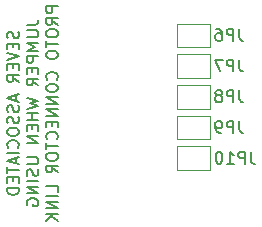
<source format=gbo>
G04 #@! TF.GenerationSoftware,KiCad,Pcbnew,(5.1.4-0-10_14)*
G04 #@! TF.CreationDate,2020-04-01T12:18:43+11:00*
G04 #@! TF.ProjectId,v0.4.4b,76302e34-2e34-4622-9e6b-696361645f70,rev?*
G04 #@! TF.SameCoordinates,Original*
G04 #@! TF.FileFunction,Legend,Bot*
G04 #@! TF.FilePolarity,Positive*
%FSLAX46Y46*%
G04 Gerber Fmt 4.6, Leading zero omitted, Abs format (unit mm)*
G04 Created by KiCad (PCBNEW (5.1.4-0-10_14)) date 2020-04-01 12:18:43*
%MOMM*%
%LPD*%
G04 APERTURE LIST*
%ADD10C,0.150000*%
%ADD11C,0.120000*%
G04 APERTURE END LIST*
D10*
X125154761Y-110895238D02*
X125202380Y-111038095D01*
X125202380Y-111276190D01*
X125154761Y-111371428D01*
X125107142Y-111419047D01*
X125011904Y-111466666D01*
X124916666Y-111466666D01*
X124821428Y-111419047D01*
X124773809Y-111371428D01*
X124726190Y-111276190D01*
X124678571Y-111085714D01*
X124630952Y-110990476D01*
X124583333Y-110942857D01*
X124488095Y-110895238D01*
X124392857Y-110895238D01*
X124297619Y-110942857D01*
X124250000Y-110990476D01*
X124202380Y-111085714D01*
X124202380Y-111323809D01*
X124250000Y-111466666D01*
X124678571Y-111895238D02*
X124678571Y-112228571D01*
X125202380Y-112371428D02*
X125202380Y-111895238D01*
X124202380Y-111895238D01*
X124202380Y-112371428D01*
X124202380Y-112657142D02*
X125202380Y-112990476D01*
X124202380Y-113323809D01*
X124678571Y-113657142D02*
X124678571Y-113990476D01*
X125202380Y-114133333D02*
X125202380Y-113657142D01*
X124202380Y-113657142D01*
X124202380Y-114133333D01*
X125202380Y-115133333D02*
X124726190Y-114800000D01*
X125202380Y-114561904D02*
X124202380Y-114561904D01*
X124202380Y-114942857D01*
X124250000Y-115038095D01*
X124297619Y-115085714D01*
X124392857Y-115133333D01*
X124535714Y-115133333D01*
X124630952Y-115085714D01*
X124678571Y-115038095D01*
X124726190Y-114942857D01*
X124726190Y-114561904D01*
X124916666Y-116276190D02*
X124916666Y-116752380D01*
X125202380Y-116180952D02*
X124202380Y-116514285D01*
X125202380Y-116847619D01*
X125154761Y-117133333D02*
X125202380Y-117276190D01*
X125202380Y-117514285D01*
X125154761Y-117609523D01*
X125107142Y-117657142D01*
X125011904Y-117704761D01*
X124916666Y-117704761D01*
X124821428Y-117657142D01*
X124773809Y-117609523D01*
X124726190Y-117514285D01*
X124678571Y-117323809D01*
X124630952Y-117228571D01*
X124583333Y-117180952D01*
X124488095Y-117133333D01*
X124392857Y-117133333D01*
X124297619Y-117180952D01*
X124250000Y-117228571D01*
X124202380Y-117323809D01*
X124202380Y-117561904D01*
X124250000Y-117704761D01*
X125154761Y-118085714D02*
X125202380Y-118228571D01*
X125202380Y-118466666D01*
X125154761Y-118561904D01*
X125107142Y-118609523D01*
X125011904Y-118657142D01*
X124916666Y-118657142D01*
X124821428Y-118609523D01*
X124773809Y-118561904D01*
X124726190Y-118466666D01*
X124678571Y-118276190D01*
X124630952Y-118180952D01*
X124583333Y-118133333D01*
X124488095Y-118085714D01*
X124392857Y-118085714D01*
X124297619Y-118133333D01*
X124250000Y-118180952D01*
X124202380Y-118276190D01*
X124202380Y-118514285D01*
X124250000Y-118657142D01*
X124202380Y-119276190D02*
X124202380Y-119466666D01*
X124250000Y-119561904D01*
X124345238Y-119657142D01*
X124535714Y-119704761D01*
X124869047Y-119704761D01*
X125059523Y-119657142D01*
X125154761Y-119561904D01*
X125202380Y-119466666D01*
X125202380Y-119276190D01*
X125154761Y-119180952D01*
X125059523Y-119085714D01*
X124869047Y-119038095D01*
X124535714Y-119038095D01*
X124345238Y-119085714D01*
X124250000Y-119180952D01*
X124202380Y-119276190D01*
X125107142Y-120704761D02*
X125154761Y-120657142D01*
X125202380Y-120514285D01*
X125202380Y-120419047D01*
X125154761Y-120276190D01*
X125059523Y-120180952D01*
X124964285Y-120133333D01*
X124773809Y-120085714D01*
X124630952Y-120085714D01*
X124440476Y-120133333D01*
X124345238Y-120180952D01*
X124250000Y-120276190D01*
X124202380Y-120419047D01*
X124202380Y-120514285D01*
X124250000Y-120657142D01*
X124297619Y-120704761D01*
X125202380Y-121133333D02*
X124202380Y-121133333D01*
X124916666Y-121561904D02*
X124916666Y-122038095D01*
X125202380Y-121466666D02*
X124202380Y-121800000D01*
X125202380Y-122133333D01*
X124202380Y-122323809D02*
X124202380Y-122895238D01*
X125202380Y-122609523D02*
X124202380Y-122609523D01*
X124678571Y-123228571D02*
X124678571Y-123561904D01*
X125202380Y-123704761D02*
X125202380Y-123228571D01*
X124202380Y-123228571D01*
X124202380Y-123704761D01*
X125202380Y-124133333D02*
X124202380Y-124133333D01*
X124202380Y-124371428D01*
X124250000Y-124514285D01*
X124345238Y-124609523D01*
X124440476Y-124657142D01*
X124630952Y-124704761D01*
X124773809Y-124704761D01*
X124964285Y-124657142D01*
X125059523Y-124609523D01*
X125154761Y-124514285D01*
X125202380Y-124371428D01*
X125202380Y-124133333D01*
X125852380Y-110300000D02*
X126566666Y-110300000D01*
X126709523Y-110252380D01*
X126804761Y-110157142D01*
X126852380Y-110014285D01*
X126852380Y-109919047D01*
X125852380Y-110776190D02*
X126661904Y-110776190D01*
X126757142Y-110823809D01*
X126804761Y-110871428D01*
X126852380Y-110966666D01*
X126852380Y-111157142D01*
X126804761Y-111252380D01*
X126757142Y-111300000D01*
X126661904Y-111347619D01*
X125852380Y-111347619D01*
X126852380Y-111823809D02*
X125852380Y-111823809D01*
X126566666Y-112157142D01*
X125852380Y-112490476D01*
X126852380Y-112490476D01*
X126852380Y-112966666D02*
X125852380Y-112966666D01*
X125852380Y-113347619D01*
X125900000Y-113442857D01*
X125947619Y-113490476D01*
X126042857Y-113538095D01*
X126185714Y-113538095D01*
X126280952Y-113490476D01*
X126328571Y-113442857D01*
X126376190Y-113347619D01*
X126376190Y-112966666D01*
X126328571Y-113966666D02*
X126328571Y-114300000D01*
X126852380Y-114442857D02*
X126852380Y-113966666D01*
X125852380Y-113966666D01*
X125852380Y-114442857D01*
X126852380Y-115442857D02*
X126376190Y-115109523D01*
X126852380Y-114871428D02*
X125852380Y-114871428D01*
X125852380Y-115252380D01*
X125900000Y-115347619D01*
X125947619Y-115395238D01*
X126042857Y-115442857D01*
X126185714Y-115442857D01*
X126280952Y-115395238D01*
X126328571Y-115347619D01*
X126376190Y-115252380D01*
X126376190Y-114871428D01*
X125852380Y-116538095D02*
X126852380Y-116776190D01*
X126138095Y-116966666D01*
X126852380Y-117157142D01*
X125852380Y-117395238D01*
X126852380Y-117776190D02*
X125852380Y-117776190D01*
X126328571Y-117776190D02*
X126328571Y-118347619D01*
X126852380Y-118347619D02*
X125852380Y-118347619D01*
X126328571Y-118823809D02*
X126328571Y-119157142D01*
X126852380Y-119300000D02*
X126852380Y-118823809D01*
X125852380Y-118823809D01*
X125852380Y-119300000D01*
X126852380Y-119728571D02*
X125852380Y-119728571D01*
X126852380Y-120300000D01*
X125852380Y-120300000D01*
X125852380Y-121538095D02*
X126661904Y-121538095D01*
X126757142Y-121585714D01*
X126804761Y-121633333D01*
X126852380Y-121728571D01*
X126852380Y-121919047D01*
X126804761Y-122014285D01*
X126757142Y-122061904D01*
X126661904Y-122109523D01*
X125852380Y-122109523D01*
X126804761Y-122538095D02*
X126852380Y-122680952D01*
X126852380Y-122919047D01*
X126804761Y-123014285D01*
X126757142Y-123061904D01*
X126661904Y-123109523D01*
X126566666Y-123109523D01*
X126471428Y-123061904D01*
X126423809Y-123014285D01*
X126376190Y-122919047D01*
X126328571Y-122728571D01*
X126280952Y-122633333D01*
X126233333Y-122585714D01*
X126138095Y-122538095D01*
X126042857Y-122538095D01*
X125947619Y-122585714D01*
X125900000Y-122633333D01*
X125852380Y-122728571D01*
X125852380Y-122966666D01*
X125900000Y-123109523D01*
X126852380Y-123538095D02*
X125852380Y-123538095D01*
X126852380Y-124014285D02*
X125852380Y-124014285D01*
X126852380Y-124585714D01*
X125852380Y-124585714D01*
X125900000Y-125585714D02*
X125852380Y-125490476D01*
X125852380Y-125347619D01*
X125900000Y-125204761D01*
X125995238Y-125109523D01*
X126090476Y-125061904D01*
X126280952Y-125014285D01*
X126423809Y-125014285D01*
X126614285Y-125061904D01*
X126709523Y-125109523D01*
X126804761Y-125204761D01*
X126852380Y-125347619D01*
X126852380Y-125442857D01*
X126804761Y-125585714D01*
X126757142Y-125633333D01*
X126423809Y-125633333D01*
X126423809Y-125442857D01*
X128502380Y-108752380D02*
X127502380Y-108752380D01*
X127502380Y-109133333D01*
X127550000Y-109228571D01*
X127597619Y-109276190D01*
X127692857Y-109323809D01*
X127835714Y-109323809D01*
X127930952Y-109276190D01*
X127978571Y-109228571D01*
X128026190Y-109133333D01*
X128026190Y-108752380D01*
X128502380Y-110323809D02*
X128026190Y-109990476D01*
X128502380Y-109752380D02*
X127502380Y-109752380D01*
X127502380Y-110133333D01*
X127550000Y-110228571D01*
X127597619Y-110276190D01*
X127692857Y-110323809D01*
X127835714Y-110323809D01*
X127930952Y-110276190D01*
X127978571Y-110228571D01*
X128026190Y-110133333D01*
X128026190Y-109752380D01*
X127502380Y-110942857D02*
X127502380Y-111133333D01*
X127550000Y-111228571D01*
X127645238Y-111323809D01*
X127835714Y-111371428D01*
X128169047Y-111371428D01*
X128359523Y-111323809D01*
X128454761Y-111228571D01*
X128502380Y-111133333D01*
X128502380Y-110942857D01*
X128454761Y-110847619D01*
X128359523Y-110752380D01*
X128169047Y-110704761D01*
X127835714Y-110704761D01*
X127645238Y-110752380D01*
X127550000Y-110847619D01*
X127502380Y-110942857D01*
X127502380Y-111657142D02*
X127502380Y-112228571D01*
X128502380Y-111942857D02*
X127502380Y-111942857D01*
X127502380Y-112752380D02*
X127502380Y-112942857D01*
X127550000Y-113038095D01*
X127645238Y-113133333D01*
X127835714Y-113180952D01*
X128169047Y-113180952D01*
X128359523Y-113133333D01*
X128454761Y-113038095D01*
X128502380Y-112942857D01*
X128502380Y-112752380D01*
X128454761Y-112657142D01*
X128359523Y-112561904D01*
X128169047Y-112514285D01*
X127835714Y-112514285D01*
X127645238Y-112561904D01*
X127550000Y-112657142D01*
X127502380Y-112752380D01*
X128407142Y-114942857D02*
X128454761Y-114895238D01*
X128502380Y-114752380D01*
X128502380Y-114657142D01*
X128454761Y-114514285D01*
X128359523Y-114419047D01*
X128264285Y-114371428D01*
X128073809Y-114323809D01*
X127930952Y-114323809D01*
X127740476Y-114371428D01*
X127645238Y-114419047D01*
X127550000Y-114514285D01*
X127502380Y-114657142D01*
X127502380Y-114752380D01*
X127550000Y-114895238D01*
X127597619Y-114942857D01*
X127502380Y-115561904D02*
X127502380Y-115752380D01*
X127550000Y-115847619D01*
X127645238Y-115942857D01*
X127835714Y-115990476D01*
X128169047Y-115990476D01*
X128359523Y-115942857D01*
X128454761Y-115847619D01*
X128502380Y-115752380D01*
X128502380Y-115561904D01*
X128454761Y-115466666D01*
X128359523Y-115371428D01*
X128169047Y-115323809D01*
X127835714Y-115323809D01*
X127645238Y-115371428D01*
X127550000Y-115466666D01*
X127502380Y-115561904D01*
X128502380Y-116419047D02*
X127502380Y-116419047D01*
X128502380Y-116990476D01*
X127502380Y-116990476D01*
X128502380Y-117466666D02*
X127502380Y-117466666D01*
X128502380Y-118038095D01*
X127502380Y-118038095D01*
X127978571Y-118514285D02*
X127978571Y-118847619D01*
X128502380Y-118990476D02*
X128502380Y-118514285D01*
X127502380Y-118514285D01*
X127502380Y-118990476D01*
X128407142Y-119990476D02*
X128454761Y-119942857D01*
X128502380Y-119800000D01*
X128502380Y-119704761D01*
X128454761Y-119561904D01*
X128359523Y-119466666D01*
X128264285Y-119419047D01*
X128073809Y-119371428D01*
X127930952Y-119371428D01*
X127740476Y-119419047D01*
X127645238Y-119466666D01*
X127550000Y-119561904D01*
X127502380Y-119704761D01*
X127502380Y-119800000D01*
X127550000Y-119942857D01*
X127597619Y-119990476D01*
X127502380Y-120276190D02*
X127502380Y-120847619D01*
X128502380Y-120561904D02*
X127502380Y-120561904D01*
X127502380Y-121371428D02*
X127502380Y-121561904D01*
X127550000Y-121657142D01*
X127645238Y-121752380D01*
X127835714Y-121800000D01*
X128169047Y-121800000D01*
X128359523Y-121752380D01*
X128454761Y-121657142D01*
X128502380Y-121561904D01*
X128502380Y-121371428D01*
X128454761Y-121276190D01*
X128359523Y-121180952D01*
X128169047Y-121133333D01*
X127835714Y-121133333D01*
X127645238Y-121180952D01*
X127550000Y-121276190D01*
X127502380Y-121371428D01*
X128502380Y-122800000D02*
X128026190Y-122466666D01*
X128502380Y-122228571D02*
X127502380Y-122228571D01*
X127502380Y-122609523D01*
X127550000Y-122704761D01*
X127597619Y-122752380D01*
X127692857Y-122800000D01*
X127835714Y-122800000D01*
X127930952Y-122752380D01*
X127978571Y-122704761D01*
X128026190Y-122609523D01*
X128026190Y-122228571D01*
X128502380Y-124466666D02*
X128502380Y-123990476D01*
X127502380Y-123990476D01*
X128502380Y-124800000D02*
X127502380Y-124800000D01*
X128502380Y-125276190D02*
X127502380Y-125276190D01*
X128502380Y-125847619D01*
X127502380Y-125847619D01*
X128502380Y-126323809D02*
X127502380Y-126323809D01*
X128502380Y-126895238D02*
X127930952Y-126466666D01*
X127502380Y-126895238D02*
X128073809Y-126323809D01*
D11*
X141400000Y-120600000D02*
X138600000Y-120600000D01*
X138600000Y-120600000D02*
X138600000Y-122600000D01*
X138600000Y-122600000D02*
X141400000Y-122600000D01*
X141400000Y-122600000D02*
X141400000Y-120600000D01*
X141400000Y-118000000D02*
X138600000Y-118000000D01*
X138600000Y-118000000D02*
X138600000Y-120000000D01*
X138600000Y-120000000D02*
X141400000Y-120000000D01*
X141400000Y-120000000D02*
X141400000Y-118000000D01*
X141400000Y-115400000D02*
X138600000Y-115400000D01*
X138600000Y-115400000D02*
X138600000Y-117400000D01*
X138600000Y-117400000D02*
X141400000Y-117400000D01*
X141400000Y-117400000D02*
X141400000Y-115400000D01*
X141400000Y-112800000D02*
X138600000Y-112800000D01*
X138600000Y-112800000D02*
X138600000Y-114800000D01*
X138600000Y-114800000D02*
X141400000Y-114800000D01*
X141400000Y-114800000D02*
X141400000Y-112800000D01*
X141400000Y-110200000D02*
X138600000Y-110200000D01*
X138600000Y-110200000D02*
X138600000Y-112200000D01*
X138600000Y-112200000D02*
X141400000Y-112200000D01*
X141400000Y-112200000D02*
X141400000Y-110200000D01*
D10*
X144809523Y-121052380D02*
X144809523Y-121766666D01*
X144857142Y-121909523D01*
X144952380Y-122004761D01*
X145095238Y-122052380D01*
X145190476Y-122052380D01*
X144333333Y-122052380D02*
X144333333Y-121052380D01*
X143952380Y-121052380D01*
X143857142Y-121100000D01*
X143809523Y-121147619D01*
X143761904Y-121242857D01*
X143761904Y-121385714D01*
X143809523Y-121480952D01*
X143857142Y-121528571D01*
X143952380Y-121576190D01*
X144333333Y-121576190D01*
X142809523Y-122052380D02*
X143380952Y-122052380D01*
X143095238Y-122052380D02*
X143095238Y-121052380D01*
X143190476Y-121195238D01*
X143285714Y-121290476D01*
X143380952Y-121338095D01*
X142190476Y-121052380D02*
X142095238Y-121052380D01*
X142000000Y-121100000D01*
X141952380Y-121147619D01*
X141904761Y-121242857D01*
X141857142Y-121433333D01*
X141857142Y-121671428D01*
X141904761Y-121861904D01*
X141952380Y-121957142D01*
X142000000Y-122004761D01*
X142095238Y-122052380D01*
X142190476Y-122052380D01*
X142285714Y-122004761D01*
X142333333Y-121957142D01*
X142380952Y-121861904D01*
X142428571Y-121671428D01*
X142428571Y-121433333D01*
X142380952Y-121242857D01*
X142333333Y-121147619D01*
X142285714Y-121100000D01*
X142190476Y-121052380D01*
X143833333Y-118452380D02*
X143833333Y-119166666D01*
X143880952Y-119309523D01*
X143976190Y-119404761D01*
X144119047Y-119452380D01*
X144214285Y-119452380D01*
X143357142Y-119452380D02*
X143357142Y-118452380D01*
X142976190Y-118452380D01*
X142880952Y-118500000D01*
X142833333Y-118547619D01*
X142785714Y-118642857D01*
X142785714Y-118785714D01*
X142833333Y-118880952D01*
X142880952Y-118928571D01*
X142976190Y-118976190D01*
X143357142Y-118976190D01*
X142309523Y-119452380D02*
X142119047Y-119452380D01*
X142023809Y-119404761D01*
X141976190Y-119357142D01*
X141880952Y-119214285D01*
X141833333Y-119023809D01*
X141833333Y-118642857D01*
X141880952Y-118547619D01*
X141928571Y-118500000D01*
X142023809Y-118452380D01*
X142214285Y-118452380D01*
X142309523Y-118500000D01*
X142357142Y-118547619D01*
X142404761Y-118642857D01*
X142404761Y-118880952D01*
X142357142Y-118976190D01*
X142309523Y-119023809D01*
X142214285Y-119071428D01*
X142023809Y-119071428D01*
X141928571Y-119023809D01*
X141880952Y-118976190D01*
X141833333Y-118880952D01*
X143833333Y-115852380D02*
X143833333Y-116566666D01*
X143880952Y-116709523D01*
X143976190Y-116804761D01*
X144119047Y-116852380D01*
X144214285Y-116852380D01*
X143357142Y-116852380D02*
X143357142Y-115852380D01*
X142976190Y-115852380D01*
X142880952Y-115900000D01*
X142833333Y-115947619D01*
X142785714Y-116042857D01*
X142785714Y-116185714D01*
X142833333Y-116280952D01*
X142880952Y-116328571D01*
X142976190Y-116376190D01*
X143357142Y-116376190D01*
X142214285Y-116280952D02*
X142309523Y-116233333D01*
X142357142Y-116185714D01*
X142404761Y-116090476D01*
X142404761Y-116042857D01*
X142357142Y-115947619D01*
X142309523Y-115900000D01*
X142214285Y-115852380D01*
X142023809Y-115852380D01*
X141928571Y-115900000D01*
X141880952Y-115947619D01*
X141833333Y-116042857D01*
X141833333Y-116090476D01*
X141880952Y-116185714D01*
X141928571Y-116233333D01*
X142023809Y-116280952D01*
X142214285Y-116280952D01*
X142309523Y-116328571D01*
X142357142Y-116376190D01*
X142404761Y-116471428D01*
X142404761Y-116661904D01*
X142357142Y-116757142D01*
X142309523Y-116804761D01*
X142214285Y-116852380D01*
X142023809Y-116852380D01*
X141928571Y-116804761D01*
X141880952Y-116757142D01*
X141833333Y-116661904D01*
X141833333Y-116471428D01*
X141880952Y-116376190D01*
X141928571Y-116328571D01*
X142023809Y-116280952D01*
X143833333Y-113252380D02*
X143833333Y-113966666D01*
X143880952Y-114109523D01*
X143976190Y-114204761D01*
X144119047Y-114252380D01*
X144214285Y-114252380D01*
X143357142Y-114252380D02*
X143357142Y-113252380D01*
X142976190Y-113252380D01*
X142880952Y-113300000D01*
X142833333Y-113347619D01*
X142785714Y-113442857D01*
X142785714Y-113585714D01*
X142833333Y-113680952D01*
X142880952Y-113728571D01*
X142976190Y-113776190D01*
X143357142Y-113776190D01*
X142452380Y-113252380D02*
X141785714Y-113252380D01*
X142214285Y-114252380D01*
X143833333Y-110652380D02*
X143833333Y-111366666D01*
X143880952Y-111509523D01*
X143976190Y-111604761D01*
X144119047Y-111652380D01*
X144214285Y-111652380D01*
X143357142Y-111652380D02*
X143357142Y-110652380D01*
X142976190Y-110652380D01*
X142880952Y-110700000D01*
X142833333Y-110747619D01*
X142785714Y-110842857D01*
X142785714Y-110985714D01*
X142833333Y-111080952D01*
X142880952Y-111128571D01*
X142976190Y-111176190D01*
X143357142Y-111176190D01*
X141928571Y-110652380D02*
X142119047Y-110652380D01*
X142214285Y-110700000D01*
X142261904Y-110747619D01*
X142357142Y-110890476D01*
X142404761Y-111080952D01*
X142404761Y-111461904D01*
X142357142Y-111557142D01*
X142309523Y-111604761D01*
X142214285Y-111652380D01*
X142023809Y-111652380D01*
X141928571Y-111604761D01*
X141880952Y-111557142D01*
X141833333Y-111461904D01*
X141833333Y-111223809D01*
X141880952Y-111128571D01*
X141928571Y-111080952D01*
X142023809Y-111033333D01*
X142214285Y-111033333D01*
X142309523Y-111080952D01*
X142357142Y-111128571D01*
X142404761Y-111223809D01*
M02*

</source>
